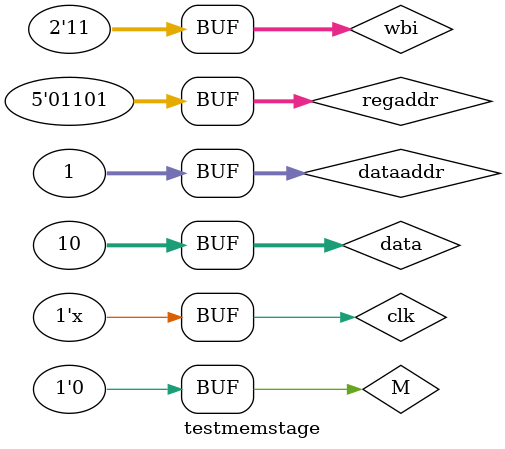
<source format=v>
`timescale 1ns / 1ps


module testmemstage;

	// Inputs
	reg clk;
	reg [1:0] wbi;
	reg [4:0] regaddr;
	reg M;
	reg [31:0] data;
	reg [31:0] dataaddr;

	// Outputs
	wire [1:0] wbo;
	wire [31:0] datafrommem;
	wire [31:0] datafromimm;
	wire [4:0] regaddrout;

	// Instantiate the Unit Under Test (UUT)
	mem uut (
		.clk(clk), 
		.wbi(wbi), 
		.regaddr(regaddr), 
		.wbo(wbo), 
		.M(M), 
		.data(data), 
		.dataaddr(dataaddr), 
		.datafrommem(datafrommem), 
		.datafromimm(datafromimm), 
		.regaddrout(regaddrout)
	);

	initial begin
		// Initialize Inputs
		clk = 0;
		wbi = 0;
		regaddr = 0;
		M = 0;
		data = 0;
		dataaddr = 0;

		// Wait 100 ns for global reset to finish
		#100;
      wbi = 3;
		regaddr = 13;
		data = 10;
		dataaddr = 1;
		#2;
		M = 1;
		#2;
		M = 0;
		// Add stimulus here

	end
      
	always
	begin
		#1 
		clk = ~clk;
	end
endmodule


</source>
